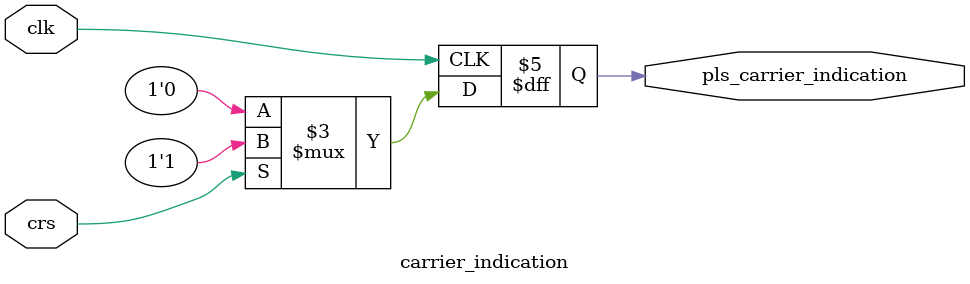
<source format=v>
module carrier_indication(
    input clk,
    input crs,
    output reg pls_carrier_indication
);
always @(posedge clk) begin
    if (crs) begin
        pls_carrier_indication = 1;
    end
    else
    pls_carrier_indication = 0;
end
endmodule
</source>
